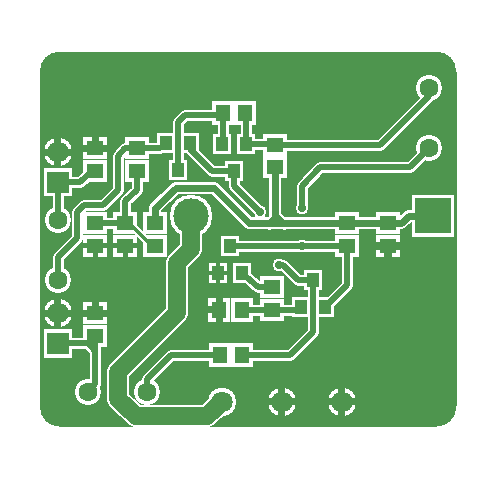
<source format=gbr>
%FSLAX34Y34*%
%MOMM*%
%LNCOPPER_BOTTOM*%
G71*
G01*
%ADD10C,3.600*%
%ADD11R,1.620X1.820*%
%ADD12C,2.200*%
%ADD13R,2.000X1.900*%
%ADD14C,2.400*%
%ADD15R,1.900X2.000*%
%ADD16C,0.900*%
%ADD17C,0.700*%
%ADD18C,1.000*%
%ADD19C,1.100*%
%ADD20C,0.800*%
%ADD21C,1.900*%
%ADD22C,0.340*%
%ADD23C,0.607*%
%ADD24C,0.600*%
%ADD25C,0.433*%
%ADD26C,3.000*%
%ADD27R,1.020X1.220*%
%ADD28C,1.600*%
%ADD29R,1.400X1.300*%
%ADD30C,1.800*%
%ADD31C,5.000*%
%ADD32R,1.300X1.400*%
%ADD33C,0.500*%
%ADD34C,0.300*%
%ADD35C,0.700*%
%ADD36C,1.500*%
%LPD*%
G36*
X0Y0D02*
X400000Y0D01*
X400000Y-400000D01*
X0Y-400000D01*
X0Y0D01*
G37*
%LPC*%
G36*
X338550Y-154750D02*
X374550Y-154750D01*
X374550Y-190750D01*
X338550Y-190750D01*
X338550Y-154750D01*
G37*
X151550Y-172750D02*
G54D10*
D03*
X188275Y-134775D02*
G54D11*
D03*
X178075Y-111875D02*
G54D11*
D03*
X198475Y-111875D02*
G54D11*
D03*
X353375Y-64925D02*
G54D12*
D03*
X353375Y-115725D02*
G54D12*
D03*
X64283Y-321980D02*
G54D12*
D03*
X114283Y-321981D02*
G54D12*
D03*
X140438Y-134224D02*
G54D11*
D03*
X130238Y-111324D02*
G54D11*
D03*
X150638Y-111324D02*
G54D11*
D03*
X185100Y-198275D02*
G54D11*
D03*
X195300Y-221175D02*
G54D11*
D03*
X174900Y-221175D02*
G54D11*
D03*
X254950Y-226850D02*
G54D11*
D03*
X265150Y-249750D02*
G54D11*
D03*
X244750Y-249750D02*
G54D11*
D03*
X318450Y-198275D02*
G54D13*
D03*
X318450Y-179275D02*
G54D13*
D03*
X70800Y-115725D02*
G54D13*
D03*
X70800Y-134725D02*
G54D13*
D03*
X39050Y-226850D02*
G54D12*
D03*
X39050Y-176050D02*
G54D12*
D03*
G36*
X27050Y-132300D02*
X51050Y-132300D01*
X51050Y-156300D01*
X27050Y-156300D01*
X27050Y-132300D01*
G37*
X39050Y-118900D02*
G54D14*
D03*
X121600Y-179225D02*
G54D13*
D03*
X121600Y-198225D02*
G54D13*
D03*
X96200Y-179225D02*
G54D13*
D03*
X96200Y-198225D02*
G54D13*
D03*
X70800Y-179225D02*
G54D13*
D03*
X70800Y-198225D02*
G54D13*
D03*
X105725Y-115725D02*
G54D13*
D03*
X105725Y-134725D02*
G54D13*
D03*
X197800Y-85562D02*
G54D15*
D03*
X178800Y-85563D02*
G54D15*
D03*
X223200Y-112550D02*
G54D13*
D03*
X223200Y-131550D02*
G54D13*
D03*
G54D16*
X178800Y-85563D02*
X178800Y-111150D01*
X178075Y-111875D01*
G54D16*
X198475Y-111875D02*
X198475Y-86238D01*
X197800Y-85562D01*
G54D16*
X198475Y-111875D02*
X221556Y-111875D01*
X221826Y-111605D01*
G54D16*
X140438Y-134224D02*
X140438Y-93712D01*
X147000Y-87150D01*
X177213Y-87150D01*
X178800Y-85563D01*
G54D16*
X150638Y-111324D02*
X150638Y-116188D01*
X169225Y-134775D01*
X188275Y-134775D01*
G54D16*
X107674Y-117674D02*
X105725Y-115725D01*
X96200Y-115725D01*
X89850Y-122075D01*
X89850Y-150650D01*
X77150Y-163350D01*
X61275Y-163350D01*
X54925Y-169700D01*
X54925Y-191925D01*
X39050Y-207800D01*
X39050Y-226850D01*
G54D16*
X73975Y-179225D02*
X99375Y-179225D01*
G54D16*
X96200Y-179225D02*
X96200Y-160175D01*
X105725Y-150650D01*
X105725Y-134725D01*
G54D17*
X96200Y-179225D02*
X99375Y-179225D01*
X115250Y-195100D01*
X118476Y-195100D01*
X121600Y-198225D01*
G54D18*
X200975Y-179275D02*
X329750Y-179275D01*
X336150Y-172875D01*
X356425Y-172875D01*
X356550Y-172750D01*
X283525Y-198275D02*
G54D13*
D03*
X283525Y-179275D02*
G54D13*
D03*
X175625Y-252250D02*
G54D15*
D03*
X194625Y-252250D02*
G54D15*
D03*
X220025Y-252250D02*
G54D13*
D03*
X220025Y-233250D02*
G54D13*
D03*
X245425Y-166525D02*
G54D19*
D03*
X245425Y-198275D02*
G54D19*
D03*
G54D16*
X353375Y-64925D02*
X353375Y-71275D01*
X312100Y-112550D01*
X223200Y-112550D01*
G54D16*
X353375Y-115725D02*
X337500Y-131600D01*
X261300Y-131600D01*
X245425Y-147475D01*
X245425Y-166525D01*
G54D16*
X220025Y-233250D02*
X208625Y-233250D01*
X195300Y-221175D01*
G54D16*
X220025Y-252250D02*
X242250Y-252250D01*
X244750Y-249750D01*
G54D16*
X283525Y-198275D02*
X185100Y-198275D01*
G54D18*
X223200Y-131550D02*
X223200Y-179225D01*
X226375Y-214150D02*
G54D19*
D03*
G54D16*
X226375Y-214150D02*
X229550Y-214150D01*
X242250Y-226850D01*
X254950Y-226850D01*
G36*
X27050Y-268825D02*
X51050Y-268825D01*
X51050Y-292825D01*
X27050Y-292825D01*
X27050Y-268825D01*
G37*
X39050Y-255425D02*
G54D14*
D03*
X210500Y-169700D02*
G54D19*
D03*
G54D16*
X188275Y-134775D02*
X188275Y-147475D01*
X210500Y-169700D01*
G54D16*
X194625Y-252250D02*
X220025Y-252250D01*
G54D16*
X283525Y-198275D02*
X283525Y-231375D01*
X265150Y-249750D01*
X70800Y-255425D02*
G54D13*
D03*
X70800Y-274425D02*
G54D13*
D03*
G54D16*
X39050Y-280825D02*
X64400Y-280825D01*
X70800Y-274425D01*
G54D16*
X70800Y-274425D02*
X70800Y-315463D01*
X64283Y-321980D01*
G54D16*
X64400Y-280825D02*
X64450Y-280825D01*
X70800Y-287175D01*
G54D16*
X105725Y-115725D02*
X125837Y-115725D01*
X130238Y-111324D01*
G54D18*
X121600Y-179225D02*
X121600Y-166525D01*
X139062Y-149062D01*
X170812Y-149062D01*
X200975Y-179275D01*
X194911Y-290391D02*
G54D15*
D03*
X175912Y-290391D02*
G54D15*
D03*
G54D16*
X217488Y-179388D02*
X223838Y-173038D01*
X230188Y-179388D01*
G54D20*
X40000Y-30000D02*
X360000Y-30000D01*
G54D20*
G75*
G01X40000Y-30000D02*
G03X20000Y-50000I0J-20000D01*
G01*
G54D20*
G75*
G01X380000Y-50000D02*
G03X360000Y-30000I-20000J0D01*
G01*
G54D20*
X20000Y-50000D02*
X20000Y-335000D01*
G54D20*
G75*
G01X20000Y-335000D02*
G03X40000Y-355000I20000J0D01*
G01*
G54D20*
X380000Y-50000D02*
X380000Y-335000D01*
G54D20*
G75*
G01X360000Y-355000D02*
G03X380000Y-335000I0J20000D01*
G01*
G54D20*
X40000Y-355000D02*
X360000Y-355000D01*
G36*
X20000Y0D02*
X0Y0D01*
X0Y-400000D01*
X20000Y-400000D01*
X20000Y0D01*
G37*
G54D20*
X20000Y0D02*
X0Y0D01*
X0Y-400000D01*
X20000Y-400000D01*
X20000Y0D01*
G36*
X5000Y-355000D02*
X400000Y-355000D01*
X400000Y-400000D01*
X5000Y-400000D01*
X5000Y-355000D01*
G37*
G54D20*
X5000Y-355000D02*
X400000Y-355000D01*
X400000Y-400000D01*
X5000Y-400000D01*
X5000Y-355000D01*
G36*
X0Y0D02*
X400000Y0D01*
X400000Y-30000D01*
X0Y-30000D01*
X0Y0D01*
G37*
G54D20*
X0Y0D02*
X400000Y0D01*
X400000Y-30000D01*
X0Y-30000D01*
X0Y0D01*
G36*
X380000Y0D02*
X400000Y0D01*
X400000Y-400000D01*
X380000Y-400000D01*
X380000Y0D01*
G37*
G54D20*
X380000Y0D02*
X400000Y0D01*
X400000Y-400000D01*
X380000Y-400000D01*
X380000Y0D01*
G54D16*
X194911Y-290391D02*
X235859Y-290391D01*
X254950Y-271300D01*
X254950Y-226850D01*
G54D16*
X175912Y-290391D02*
X135059Y-290391D01*
X114300Y-311150D01*
X114283Y-321981D01*
G54D16*
X39050Y-144300D02*
X58050Y-144300D01*
X67625Y-134725D01*
G54D16*
X39050Y-144300D02*
X39050Y-176050D01*
X279400Y-330200D02*
G54D14*
D03*
X228600Y-330200D02*
G54D14*
D03*
X177800Y-330200D02*
G54D14*
D03*
G54D21*
X151550Y-172750D02*
X151550Y-200950D01*
X140000Y-212500D01*
X140000Y-255000D01*
X90000Y-305000D01*
X90000Y-327500D01*
X105000Y-342500D01*
X165500Y-342500D01*
X177800Y-330200D01*
%LPD*%
G54D22*
G36*
X176600Y-221175D02*
X176600Y-230775D01*
X173200Y-230775D01*
X173200Y-221175D01*
X176600Y-221175D01*
G37*
G36*
X174900Y-222875D02*
X166300Y-222875D01*
X166300Y-219475D01*
X174900Y-219475D01*
X174900Y-222875D01*
G37*
G36*
X173200Y-221175D02*
X173200Y-211575D01*
X176600Y-211575D01*
X176600Y-221175D01*
X173200Y-221175D01*
G37*
G36*
X174900Y-219475D02*
X183500Y-219475D01*
X183500Y-222875D01*
X174900Y-222875D01*
X174900Y-219475D01*
G37*
G54D23*
G36*
X318450Y-201308D02*
X307950Y-201308D01*
X307950Y-195242D01*
X318450Y-195242D01*
X318450Y-201308D01*
G37*
G36*
X318450Y-195242D02*
X328950Y-195242D01*
X328950Y-201308D01*
X318450Y-201308D01*
X318450Y-195242D01*
G37*
G36*
X321484Y-198275D02*
X321484Y-208275D01*
X315416Y-208275D01*
X315416Y-198275D01*
X321484Y-198275D01*
G37*
G54D23*
G36*
X70800Y-112692D02*
X81300Y-112692D01*
X81300Y-118758D01*
X70800Y-118758D01*
X70800Y-112692D01*
G37*
G36*
X70800Y-118758D02*
X60300Y-118758D01*
X60300Y-112692D01*
X70800Y-112692D01*
X70800Y-118758D01*
G37*
G36*
X67766Y-115725D02*
X67766Y-105725D01*
X73834Y-105725D01*
X73834Y-115725D01*
X67766Y-115725D01*
G37*
G54D24*
G36*
X36050Y-118900D02*
X36050Y-106400D01*
X42050Y-106400D01*
X42050Y-118900D01*
X36050Y-118900D01*
G37*
G36*
X39050Y-115900D02*
X51550Y-115900D01*
X51550Y-121900D01*
X39050Y-121900D01*
X39050Y-115900D01*
G37*
G36*
X42050Y-118900D02*
X42050Y-131400D01*
X36050Y-131400D01*
X36050Y-118900D01*
X42050Y-118900D01*
G37*
G36*
X39050Y-121900D02*
X26550Y-121900D01*
X26550Y-115900D01*
X39050Y-115900D01*
X39050Y-121900D01*
G37*
G54D25*
G36*
X96200Y-196058D02*
X106700Y-196058D01*
X106700Y-200392D01*
X96200Y-200392D01*
X96200Y-196058D01*
G37*
G36*
X98366Y-198225D02*
X98366Y-208225D01*
X94034Y-208225D01*
X94034Y-198225D01*
X98366Y-198225D01*
G37*
G36*
X96200Y-200392D02*
X85700Y-200392D01*
X85700Y-196058D01*
X96200Y-196058D01*
X96200Y-200392D01*
G37*
G54D25*
G36*
X70800Y-196058D02*
X81300Y-196058D01*
X81300Y-200392D01*
X70800Y-200392D01*
X70800Y-196058D01*
G37*
G36*
X72966Y-198225D02*
X72966Y-208225D01*
X68634Y-208225D01*
X68634Y-198225D01*
X72966Y-198225D01*
G37*
G36*
X70800Y-200392D02*
X60300Y-200392D01*
X60300Y-196058D01*
X70800Y-196058D01*
X70800Y-200392D01*
G37*
G54D23*
G36*
X172592Y-252250D02*
X172592Y-241750D01*
X178658Y-241750D01*
X178658Y-252250D01*
X172592Y-252250D01*
G37*
G36*
X178658Y-252250D02*
X178658Y-262750D01*
X172592Y-262750D01*
X172592Y-252250D01*
X178658Y-252250D01*
G37*
G36*
X175625Y-255284D02*
X165625Y-255284D01*
X165625Y-249216D01*
X175625Y-249216D01*
X175625Y-255284D01*
G37*
G54D24*
G36*
X36050Y-255425D02*
X36050Y-242925D01*
X42050Y-242925D01*
X42050Y-255425D01*
X36050Y-255425D01*
G37*
G36*
X39050Y-252425D02*
X51550Y-252425D01*
X51550Y-258425D01*
X39050Y-258425D01*
X39050Y-252425D01*
G37*
G36*
X42050Y-255425D02*
X42050Y-267925D01*
X36050Y-267925D01*
X36050Y-255425D01*
X42050Y-255425D01*
G37*
G36*
X39050Y-258425D02*
X26550Y-258425D01*
X26550Y-252425D01*
X39050Y-252425D01*
X39050Y-258425D01*
G37*
G54D23*
G36*
X70800Y-252392D02*
X81300Y-252392D01*
X81300Y-258458D01*
X70800Y-258458D01*
X70800Y-252392D01*
G37*
G36*
X70800Y-258458D02*
X60300Y-258458D01*
X60300Y-252392D01*
X70800Y-252392D01*
X70800Y-258458D01*
G37*
G36*
X67766Y-255425D02*
X67766Y-245425D01*
X73834Y-245425D01*
X73834Y-255425D01*
X67766Y-255425D01*
G37*
G54D24*
G36*
X276400Y-330200D02*
X276400Y-317700D01*
X282400Y-317700D01*
X282400Y-330200D01*
X276400Y-330200D01*
G37*
G36*
X279400Y-327200D02*
X291900Y-327200D01*
X291900Y-333200D01*
X279400Y-333200D01*
X279400Y-327200D01*
G37*
G36*
X282400Y-330200D02*
X282400Y-342700D01*
X276400Y-342700D01*
X276400Y-330200D01*
X282400Y-330200D01*
G37*
G36*
X279400Y-333200D02*
X266900Y-333200D01*
X266900Y-327200D01*
X279400Y-327200D01*
X279400Y-333200D01*
G37*
G54D24*
G36*
X225600Y-330200D02*
X225600Y-317700D01*
X231600Y-317700D01*
X231600Y-330200D01*
X225600Y-330200D01*
G37*
G36*
X228600Y-327200D02*
X241100Y-327200D01*
X241100Y-333200D01*
X228600Y-333200D01*
X228600Y-327200D01*
G37*
G36*
X231600Y-330200D02*
X231600Y-342700D01*
X225600Y-342700D01*
X225600Y-330200D01*
X231600Y-330200D01*
G37*
G36*
X228600Y-333200D02*
X216100Y-333200D01*
X216100Y-327200D01*
X228600Y-327200D01*
X228600Y-333200D01*
G37*
G36*
X341550Y-157750D02*
X371550Y-157750D01*
X371550Y-187750D01*
X341550Y-187750D01*
X341550Y-157750D01*
G37*
X151550Y-172750D02*
G54D26*
D03*
X188275Y-134775D02*
G54D27*
D03*
X178075Y-111875D02*
G54D27*
D03*
X198475Y-111875D02*
G54D27*
D03*
X353375Y-64925D02*
G54D28*
D03*
X353375Y-115725D02*
G54D28*
D03*
X64283Y-321980D02*
G54D28*
D03*
X114283Y-321981D02*
G54D28*
D03*
X140438Y-134224D02*
G54D27*
D03*
X130238Y-111324D02*
G54D27*
D03*
X150638Y-111324D02*
G54D27*
D03*
X185100Y-198275D02*
G54D27*
D03*
X195300Y-221175D02*
G54D27*
D03*
X174900Y-221175D02*
G54D27*
D03*
X254950Y-226850D02*
G54D27*
D03*
X265150Y-249750D02*
G54D27*
D03*
X244750Y-249750D02*
G54D27*
D03*
X318450Y-198275D02*
G54D29*
D03*
X318450Y-179275D02*
G54D29*
D03*
X70800Y-115725D02*
G54D29*
D03*
X70800Y-134725D02*
G54D29*
D03*
X39050Y-226850D02*
G54D28*
D03*
X39050Y-176050D02*
G54D28*
D03*
G36*
X30050Y-135300D02*
X48050Y-135300D01*
X48050Y-153300D01*
X30050Y-153300D01*
X30050Y-135300D01*
G37*
X39050Y-118900D02*
G54D30*
D03*
X54925Y-64925D02*
G54D31*
D03*
X121600Y-179225D02*
G54D29*
D03*
X121600Y-198225D02*
G54D29*
D03*
X96200Y-179225D02*
G54D29*
D03*
X96200Y-198225D02*
G54D29*
D03*
X70800Y-179225D02*
G54D29*
D03*
X70800Y-198225D02*
G54D29*
D03*
X105725Y-115725D02*
G54D29*
D03*
X105725Y-134725D02*
G54D29*
D03*
X197800Y-85562D02*
G54D32*
D03*
X178800Y-85563D02*
G54D32*
D03*
X223200Y-112550D02*
G54D29*
D03*
X223200Y-131550D02*
G54D29*
D03*
X345000Y-320000D02*
G54D31*
D03*
G54D33*
X178800Y-85563D02*
X178800Y-111150D01*
X178075Y-111875D01*
G54D33*
X198475Y-111875D02*
X198475Y-86238D01*
X197800Y-85562D01*
G54D33*
X198475Y-111875D02*
X221556Y-111875D01*
X221826Y-111605D01*
G54D33*
X140438Y-134224D02*
X140438Y-93712D01*
X147000Y-87150D01*
X177213Y-87150D01*
X178800Y-85563D01*
G54D33*
X150638Y-111324D02*
X150638Y-116188D01*
X169225Y-134775D01*
X188275Y-134775D01*
G54D33*
X107674Y-117674D02*
X105725Y-115725D01*
X96200Y-115725D01*
X89850Y-122075D01*
X89850Y-150650D01*
X77150Y-163350D01*
X61275Y-163350D01*
X54925Y-169700D01*
X54925Y-191925D01*
X39050Y-207800D01*
X39050Y-226850D01*
G54D33*
X73975Y-179225D02*
X99375Y-179225D01*
G54D33*
X96200Y-179225D02*
X96200Y-160175D01*
X105725Y-150650D01*
X105725Y-134725D01*
G54D34*
X96200Y-179225D02*
X99375Y-179225D01*
X115250Y-195100D01*
X118476Y-195100D01*
X121600Y-198225D01*
G54D24*
X200975Y-179275D02*
X329750Y-179275D01*
X336150Y-172875D01*
X356425Y-172875D01*
X356550Y-172750D01*
X283525Y-198275D02*
G54D29*
D03*
X283525Y-179275D02*
G54D29*
D03*
X175625Y-252250D02*
G54D32*
D03*
X194625Y-252250D02*
G54D32*
D03*
X220025Y-252250D02*
G54D29*
D03*
X220025Y-233250D02*
G54D29*
D03*
X245425Y-166525D02*
G54D35*
D03*
X245425Y-198275D02*
G54D35*
D03*
G54D33*
X353375Y-64925D02*
X353375Y-71275D01*
X312100Y-112550D01*
X223200Y-112550D01*
G54D33*
X353375Y-115725D02*
X337500Y-131600D01*
X261300Y-131600D01*
X245425Y-147475D01*
X245425Y-166525D01*
G54D33*
X220025Y-233250D02*
X208625Y-233250D01*
X195300Y-221175D01*
G54D33*
X220025Y-252250D02*
X242250Y-252250D01*
X244750Y-249750D01*
G54D33*
X283525Y-198275D02*
X185100Y-198275D01*
G54D24*
X223200Y-131550D02*
X223200Y-179225D01*
X226375Y-214150D02*
G54D35*
D03*
G54D33*
X226375Y-214150D02*
X229550Y-214150D01*
X242250Y-226850D01*
X254950Y-226850D01*
G36*
X30050Y-271825D02*
X48050Y-271825D01*
X48050Y-289825D01*
X30050Y-289825D01*
X30050Y-271825D01*
G37*
X39050Y-255425D02*
G54D30*
D03*
X210500Y-169700D02*
G54D35*
D03*
G54D33*
X188275Y-134775D02*
X188275Y-147475D01*
X210500Y-169700D01*
G54D33*
X194625Y-252250D02*
X220025Y-252250D01*
G54D33*
X283525Y-198275D02*
X283525Y-231375D01*
X265150Y-249750D01*
X70800Y-255425D02*
G54D29*
D03*
X70800Y-274425D02*
G54D29*
D03*
G54D33*
X39050Y-280825D02*
X64400Y-280825D01*
X70800Y-274425D01*
G54D33*
X70800Y-274425D02*
X70800Y-315463D01*
X64283Y-321980D01*
G54D33*
X64400Y-280825D02*
X64450Y-280825D01*
X70800Y-287175D01*
G54D33*
X105725Y-115725D02*
X125837Y-115725D01*
X130238Y-111324D01*
G54D24*
X121600Y-179225D02*
X121600Y-166525D01*
X139062Y-149062D01*
X170812Y-149062D01*
X200975Y-179275D01*
X194911Y-290391D02*
G54D32*
D03*
X175912Y-290391D02*
G54D32*
D03*
G54D33*
X217488Y-179388D02*
X223838Y-173038D01*
X230188Y-179388D01*
X207325Y-147475D02*
G54D35*
D03*
X123188Y-134775D02*
G54D35*
D03*
G54D33*
X194911Y-290391D02*
X235859Y-290391D01*
X254950Y-271300D01*
X254950Y-226850D01*
G54D33*
X175912Y-290391D02*
X135059Y-290391D01*
X114300Y-311150D01*
X114283Y-321981D01*
G54D33*
X39050Y-144300D02*
X58050Y-144300D01*
X67625Y-134725D01*
G54D33*
X39050Y-144300D02*
X39050Y-176050D01*
X101600Y-50800D02*
G54D35*
D03*
X127000Y-50800D02*
G54D35*
D03*
X152400Y-50800D02*
G54D35*
D03*
X177800Y-50800D02*
G54D35*
D03*
X203200Y-50800D02*
G54D35*
D03*
X228600Y-50800D02*
G54D35*
D03*
X254000Y-50800D02*
G54D35*
D03*
X279400Y-50800D02*
G54D35*
D03*
X304800Y-50800D02*
G54D35*
D03*
X304800Y-76200D02*
G54D35*
D03*
X279400Y-76200D02*
G54D35*
D03*
X254000Y-76200D02*
G54D35*
D03*
X228600Y-76200D02*
G54D35*
D03*
X152400Y-76200D02*
G54D35*
D03*
X127000Y-76200D02*
G54D35*
D03*
X101600Y-76200D02*
G54D35*
D03*
X304800Y-101600D02*
G54D35*
D03*
X279400Y-101600D02*
G54D35*
D03*
X254000Y-101600D02*
G54D35*
D03*
X304800Y-152400D02*
G54D35*
D03*
X279400Y-152400D02*
G54D35*
D03*
X254000Y-152400D02*
G54D35*
D03*
X330200Y-50800D02*
G54D35*
D03*
X330200Y-76200D02*
G54D35*
D03*
X152400Y-279400D02*
G54D35*
D03*
X101600Y-228600D02*
G54D35*
D03*
X101600Y-254000D02*
G54D35*
D03*
X76200Y-228600D02*
G54D35*
D03*
X304800Y-228600D02*
G54D35*
D03*
X330200Y-228600D02*
G54D35*
D03*
X355600Y-228600D02*
G54D35*
D03*
X355600Y-254000D02*
G54D35*
D03*
X330200Y-254000D02*
G54D35*
D03*
X304800Y-254000D02*
G54D35*
D03*
X279400Y-254000D02*
G54D35*
D03*
X279400Y-279400D02*
G54D35*
D03*
X304800Y-279400D02*
G54D35*
D03*
X330200Y-279400D02*
G54D35*
D03*
X304800Y-304800D02*
G54D35*
D03*
X279400Y-304800D02*
G54D35*
D03*
X254000Y-330200D02*
G54D35*
D03*
X228600Y-304800D02*
G54D35*
D03*
X254000Y-304800D02*
G54D35*
D03*
X203200Y-330200D02*
G54D35*
D03*
X152400Y-304800D02*
G54D35*
D03*
X50800Y-304800D02*
G54D35*
D03*
X355600Y-203200D02*
G54D35*
D03*
X330200Y-152400D02*
G54D35*
D03*
X279400Y-330200D02*
G54D30*
D03*
X228600Y-330200D02*
G54D30*
D03*
X177800Y-330200D02*
G54D30*
D03*
G54D36*
X151550Y-172750D02*
X151550Y-200950D01*
X140000Y-212500D01*
X140000Y-255000D01*
X90000Y-305000D01*
X90000Y-327500D01*
X105000Y-342500D01*
X165500Y-342500D01*
X177800Y-330200D01*
X158750Y-222250D02*
G54D35*
D03*
X158750Y-254000D02*
G54D35*
D03*
X228600Y-279400D02*
G54D35*
D03*
X133350Y-323850D02*
G54D35*
D03*
X127000Y-228600D02*
G54D35*
D03*
X120650Y-247650D02*
G54D35*
D03*
M02*

</source>
